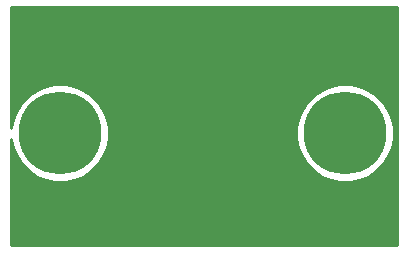
<source format=gbr>
G04 #@! TF.GenerationSoftware,KiCad,Pcbnew,(5.1.6)-1*
G04 #@! TF.CreationDate,2021-04-29T20:19:57-05:00*
G04 #@! TF.ProjectId,BEncoderBoard3(RN4871),42456e63-6f64-4657-9242-6f6172643328,rev?*
G04 #@! TF.SameCoordinates,Original*
G04 #@! TF.FileFunction,Copper,L2,Inr*
G04 #@! TF.FilePolarity,Positive*
%FSLAX46Y46*%
G04 Gerber Fmt 4.6, Leading zero omitted, Abs format (unit mm)*
G04 Created by KiCad (PCBNEW (5.1.6)-1) date 2021-04-29 20:19:57*
%MOMM*%
%LPD*%
G01*
G04 APERTURE LIST*
G04 #@! TA.AperFunction,ViaPad*
%ADD10C,7.000000*%
G04 #@! TD*
G04 #@! TA.AperFunction,ViaPad*
%ADD11C,0.450000*%
G04 #@! TD*
G04 #@! TA.AperFunction,Conductor*
%ADD12C,0.254000*%
G04 #@! TD*
G04 APERTURE END LIST*
D10*
X145415000Y-99822000D03*
X121285000Y-99822000D03*
D11*
X137922000Y-98806000D03*
X143510000Y-90424000D03*
D12*
G36*
X149840001Y-109322000D02*
G01*
X117160000Y-109322000D01*
X117160000Y-100279535D01*
X117308906Y-101028135D01*
X117620611Y-101780657D01*
X118073136Y-102457909D01*
X118649091Y-103033864D01*
X119326343Y-103486389D01*
X120078865Y-103798094D01*
X120877738Y-103957000D01*
X121692262Y-103957000D01*
X122491135Y-103798094D01*
X123243657Y-103486389D01*
X123920909Y-103033864D01*
X124496864Y-102457909D01*
X124949389Y-101780657D01*
X125261094Y-101028135D01*
X125420000Y-100229262D01*
X125420000Y-99414738D01*
X141280000Y-99414738D01*
X141280000Y-100229262D01*
X141438906Y-101028135D01*
X141750611Y-101780657D01*
X142203136Y-102457909D01*
X142779091Y-103033864D01*
X143456343Y-103486389D01*
X144208865Y-103798094D01*
X145007738Y-103957000D01*
X145822262Y-103957000D01*
X146621135Y-103798094D01*
X147373657Y-103486389D01*
X148050909Y-103033864D01*
X148626864Y-102457909D01*
X149079389Y-101780657D01*
X149391094Y-101028135D01*
X149550000Y-100229262D01*
X149550000Y-99414738D01*
X149391094Y-98615865D01*
X149079389Y-97863343D01*
X148626864Y-97186091D01*
X148050909Y-96610136D01*
X147373657Y-96157611D01*
X146621135Y-95845906D01*
X145822262Y-95687000D01*
X145007738Y-95687000D01*
X144208865Y-95845906D01*
X143456343Y-96157611D01*
X142779091Y-96610136D01*
X142203136Y-97186091D01*
X141750611Y-97863343D01*
X141438906Y-98615865D01*
X141280000Y-99414738D01*
X125420000Y-99414738D01*
X125261094Y-98615865D01*
X124949389Y-97863343D01*
X124496864Y-97186091D01*
X123920909Y-96610136D01*
X123243657Y-96157611D01*
X122491135Y-95845906D01*
X121692262Y-95687000D01*
X120877738Y-95687000D01*
X120078865Y-95845906D01*
X119326343Y-96157611D01*
X118649091Y-96610136D01*
X118073136Y-97186091D01*
X117620611Y-97863343D01*
X117308906Y-98615865D01*
X117160000Y-99364465D01*
X117160000Y-89154000D01*
X149840000Y-89154000D01*
X149840001Y-109322000D01*
G37*
X149840001Y-109322000D02*
X117160000Y-109322000D01*
X117160000Y-100279535D01*
X117308906Y-101028135D01*
X117620611Y-101780657D01*
X118073136Y-102457909D01*
X118649091Y-103033864D01*
X119326343Y-103486389D01*
X120078865Y-103798094D01*
X120877738Y-103957000D01*
X121692262Y-103957000D01*
X122491135Y-103798094D01*
X123243657Y-103486389D01*
X123920909Y-103033864D01*
X124496864Y-102457909D01*
X124949389Y-101780657D01*
X125261094Y-101028135D01*
X125420000Y-100229262D01*
X125420000Y-99414738D01*
X141280000Y-99414738D01*
X141280000Y-100229262D01*
X141438906Y-101028135D01*
X141750611Y-101780657D01*
X142203136Y-102457909D01*
X142779091Y-103033864D01*
X143456343Y-103486389D01*
X144208865Y-103798094D01*
X145007738Y-103957000D01*
X145822262Y-103957000D01*
X146621135Y-103798094D01*
X147373657Y-103486389D01*
X148050909Y-103033864D01*
X148626864Y-102457909D01*
X149079389Y-101780657D01*
X149391094Y-101028135D01*
X149550000Y-100229262D01*
X149550000Y-99414738D01*
X149391094Y-98615865D01*
X149079389Y-97863343D01*
X148626864Y-97186091D01*
X148050909Y-96610136D01*
X147373657Y-96157611D01*
X146621135Y-95845906D01*
X145822262Y-95687000D01*
X145007738Y-95687000D01*
X144208865Y-95845906D01*
X143456343Y-96157611D01*
X142779091Y-96610136D01*
X142203136Y-97186091D01*
X141750611Y-97863343D01*
X141438906Y-98615865D01*
X141280000Y-99414738D01*
X125420000Y-99414738D01*
X125261094Y-98615865D01*
X124949389Y-97863343D01*
X124496864Y-97186091D01*
X123920909Y-96610136D01*
X123243657Y-96157611D01*
X122491135Y-95845906D01*
X121692262Y-95687000D01*
X120877738Y-95687000D01*
X120078865Y-95845906D01*
X119326343Y-96157611D01*
X118649091Y-96610136D01*
X118073136Y-97186091D01*
X117620611Y-97863343D01*
X117308906Y-98615865D01*
X117160000Y-99364465D01*
X117160000Y-89154000D01*
X149840000Y-89154000D01*
X149840001Y-109322000D01*
M02*

</source>
